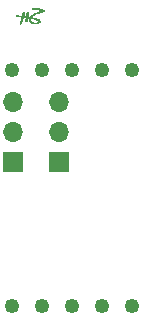
<source format=gbr>
G04 #@! TF.GenerationSoftware,KiCad,Pcbnew,(5.0.0)*
G04 #@! TF.CreationDate,2018-11-25T17:17:40-05:00*
G04 #@! TF.ProjectId,addressable_7seg,6164647265737361626C655F37736567,0.1a*
G04 #@! TF.SameCoordinates,Original*
G04 #@! TF.FileFunction,Soldermask,Bot*
G04 #@! TF.FilePolarity,Negative*
%FSLAX46Y46*%
G04 Gerber Fmt 4.6, Leading zero omitted, Abs format (unit mm)*
G04 Created by KiCad (PCBNEW (5.0.0)) date 11/25/18 17:17:40*
%MOMM*%
%LPD*%
G01*
G04 APERTURE LIST*
%ADD10C,0.010000*%
%ADD11C,1.250000*%
%ADD12R,1.700000X1.700000*%
%ADD13O,1.700000X1.700000*%
G04 APERTURE END LIST*
D10*
G04 #@! TO.C,G\002A\002A\002A*
G36*
X167001206Y-109763118D02*
X166996038Y-109763336D01*
X166966121Y-109764903D01*
X166935139Y-109781555D01*
X166916297Y-109792000D01*
X166901167Y-109801152D01*
X166889170Y-109809424D01*
X166879727Y-109817229D01*
X166872259Y-109824979D01*
X166869569Y-109828322D01*
X166863880Y-109836394D01*
X166859813Y-109843368D01*
X166857678Y-109848544D01*
X166857788Y-109851224D01*
X166859385Y-109851231D01*
X166864416Y-109849736D01*
X166872980Y-109847639D01*
X166884065Y-109845150D01*
X166896660Y-109842481D01*
X166909752Y-109839843D01*
X166922328Y-109837448D01*
X166933376Y-109835507D01*
X166938702Y-109834670D01*
X166990682Y-109828929D01*
X167045738Y-109826529D01*
X167103772Y-109827456D01*
X167164685Y-109831699D01*
X167228377Y-109839244D01*
X167294749Y-109850079D01*
X167363702Y-109864191D01*
X167435137Y-109881569D01*
X167508955Y-109902198D01*
X167536406Y-109910515D01*
X167555374Y-109916489D01*
X167575521Y-109923035D01*
X167596410Y-109929993D01*
X167617605Y-109937205D01*
X167638667Y-109944512D01*
X167659161Y-109951756D01*
X167678648Y-109958778D01*
X167696692Y-109965419D01*
X167712856Y-109971520D01*
X167726702Y-109976924D01*
X167737794Y-109981471D01*
X167745693Y-109985002D01*
X167749965Y-109987359D01*
X167750540Y-109988247D01*
X167747780Y-109989481D01*
X167740948Y-109991996D01*
X167730377Y-109995686D01*
X167716396Y-110000440D01*
X167699338Y-110006149D01*
X167679534Y-110012704D01*
X167657315Y-110019996D01*
X167633014Y-110027916D01*
X167606962Y-110036355D01*
X167579491Y-110045203D01*
X167550931Y-110054351D01*
X167521614Y-110063691D01*
X167515545Y-110065618D01*
X167461228Y-110082961D01*
X167411035Y-110099222D01*
X167364635Y-110114527D01*
X167321696Y-110128999D01*
X167281884Y-110142765D01*
X167244868Y-110155948D01*
X167210314Y-110168675D01*
X167177890Y-110181069D01*
X167147265Y-110193257D01*
X167118104Y-110205362D01*
X167090077Y-110217511D01*
X167062850Y-110229827D01*
X167036090Y-110242436D01*
X167009466Y-110255463D01*
X167006328Y-110257028D01*
X166945305Y-110289265D01*
X166888682Y-110322777D01*
X166836413Y-110357594D01*
X166788449Y-110393746D01*
X166763873Y-110414223D01*
X166750022Y-110426605D01*
X166734795Y-110440912D01*
X166719112Y-110456226D01*
X166703891Y-110471627D01*
X166690053Y-110486196D01*
X166678517Y-110499014D01*
X166675323Y-110502760D01*
X166661119Y-110519730D01*
X166642646Y-110518534D01*
X166633202Y-110517451D01*
X166620875Y-110515367D01*
X166607211Y-110512574D01*
X166593762Y-110509365D01*
X166592841Y-110509125D01*
X166579621Y-110505920D01*
X166565725Y-110502997D01*
X166551985Y-110500481D01*
X166539229Y-110498499D01*
X166528288Y-110497177D01*
X166519990Y-110496642D01*
X166515166Y-110497018D01*
X166514638Y-110497245D01*
X166512676Y-110497712D01*
X166511400Y-110495920D01*
X166510775Y-110491377D01*
X166510767Y-110483591D01*
X166511342Y-110472068D01*
X166512109Y-110461018D01*
X166513743Y-110440903D01*
X166515628Y-110421707D01*
X166517869Y-110402818D01*
X166520570Y-110383621D01*
X166523835Y-110363502D01*
X166527770Y-110341849D01*
X166532479Y-110318048D01*
X166538065Y-110291485D01*
X166544634Y-110261547D01*
X166550514Y-110235426D01*
X166555658Y-110212461D01*
X166560471Y-110190383D01*
X166564854Y-110169691D01*
X166568706Y-110150884D01*
X166571927Y-110134463D01*
X166574419Y-110120928D01*
X166576080Y-110110778D01*
X166576811Y-110104513D01*
X166576837Y-110103694D01*
X166574654Y-110100112D01*
X166568609Y-110096607D01*
X166559454Y-110093411D01*
X166547943Y-110090754D01*
X166534827Y-110088865D01*
X166526037Y-110088171D01*
X166508966Y-110088146D01*
X166494926Y-110090392D01*
X166482710Y-110095352D01*
X166471107Y-110103472D01*
X166462461Y-110111516D01*
X166453395Y-110121631D01*
X166445225Y-110132936D01*
X166437869Y-110145748D01*
X166431244Y-110160387D01*
X166425270Y-110177170D01*
X166419864Y-110196416D01*
X166414944Y-110218444D01*
X166410429Y-110243572D01*
X166406236Y-110272119D01*
X166402284Y-110304403D01*
X166398491Y-110340743D01*
X166395645Y-110371491D01*
X166393996Y-110389844D01*
X166392325Y-110407943D01*
X166390714Y-110424914D01*
X166389248Y-110439882D01*
X166388011Y-110451972D01*
X166387109Y-110460121D01*
X166384393Y-110482943D01*
X166346110Y-110481612D01*
X166307899Y-110479018D01*
X166270882Y-110474156D01*
X166247674Y-110470780D01*
X166224999Y-110468542D01*
X166200651Y-110467241D01*
X166192373Y-110466996D01*
X166150809Y-110465959D01*
X166151075Y-110445856D01*
X166151303Y-110438517D01*
X166151872Y-110431289D01*
X166152913Y-110423628D01*
X166154555Y-110414991D01*
X166156927Y-110404835D01*
X166160161Y-110392616D01*
X166164386Y-110377790D01*
X166169731Y-110359814D01*
X166176326Y-110338144D01*
X166178494Y-110331081D01*
X166185573Y-110307991D01*
X166191431Y-110288713D01*
X166196233Y-110272652D01*
X166200147Y-110259215D01*
X166203337Y-110247808D01*
X166205970Y-110237838D01*
X166208211Y-110228711D01*
X166210227Y-110219833D01*
X166212184Y-110210611D01*
X166212206Y-110210505D01*
X166214847Y-110194956D01*
X166216621Y-110178680D01*
X166217496Y-110162747D01*
X166217440Y-110148224D01*
X166216421Y-110136182D01*
X166214672Y-110128400D01*
X166208034Y-110115643D01*
X166198677Y-110106181D01*
X166187286Y-110100187D01*
X166174546Y-110097836D01*
X166161141Y-110099301D01*
X166147758Y-110104756D01*
X166140575Y-110109582D01*
X166129166Y-110120140D01*
X166118221Y-110133753D01*
X166107677Y-110150592D01*
X166097470Y-110170827D01*
X166087534Y-110194626D01*
X166077808Y-110222160D01*
X166068226Y-110253598D01*
X166058725Y-110289110D01*
X166049241Y-110328865D01*
X166039710Y-110373033D01*
X166037796Y-110382396D01*
X166034717Y-110397523D01*
X166031867Y-110411410D01*
X166029401Y-110423320D01*
X166027470Y-110432516D01*
X166026227Y-110438261D01*
X166025928Y-110439546D01*
X166025006Y-110442356D01*
X166023318Y-110444078D01*
X166019890Y-110444976D01*
X166013744Y-110445315D01*
X166004509Y-110445361D01*
X165979947Y-110444905D01*
X165954212Y-110443546D01*
X165926897Y-110441230D01*
X165897592Y-110437899D01*
X165865890Y-110433497D01*
X165831382Y-110427967D01*
X165793658Y-110421254D01*
X165752310Y-110413300D01*
X165709773Y-110404642D01*
X165668805Y-110396257D01*
X165632250Y-110389073D01*
X165600117Y-110383092D01*
X165572414Y-110378316D01*
X165549151Y-110374745D01*
X165530335Y-110372381D01*
X165528155Y-110372156D01*
X165508173Y-110370160D01*
X165506902Y-110377994D01*
X165506284Y-110385654D01*
X165507144Y-110393677D01*
X165509724Y-110403211D01*
X165514267Y-110415406D01*
X165515398Y-110418180D01*
X165519453Y-110427423D01*
X165522708Y-110433124D01*
X165525758Y-110436145D01*
X165528509Y-110437226D01*
X165534648Y-110438314D01*
X165544968Y-110439891D01*
X165559064Y-110441906D01*
X165576533Y-110444309D01*
X165596968Y-110447048D01*
X165619965Y-110450073D01*
X165645120Y-110453333D01*
X165672026Y-110456778D01*
X165700279Y-110460355D01*
X165729475Y-110464015D01*
X165759209Y-110467706D01*
X165789074Y-110471379D01*
X165818668Y-110474981D01*
X165847583Y-110478462D01*
X165875417Y-110481772D01*
X165901763Y-110484859D01*
X165926218Y-110487673D01*
X165948375Y-110490162D01*
X165962619Y-110491719D01*
X165976478Y-110493236D01*
X165988665Y-110494616D01*
X165998473Y-110495774D01*
X166005198Y-110496628D01*
X166008133Y-110497094D01*
X166008201Y-110497123D01*
X166007680Y-110499378D01*
X166005907Y-110505355D01*
X166003087Y-110514397D01*
X165999427Y-110525843D01*
X165995133Y-110539036D01*
X165993983Y-110542533D01*
X165987931Y-110561388D01*
X165982129Y-110580523D01*
X165976420Y-110600537D01*
X165970650Y-110622028D01*
X165964662Y-110645597D01*
X165958301Y-110671842D01*
X165951411Y-110701361D01*
X165943835Y-110734755D01*
X165942965Y-110738636D01*
X165935669Y-110771012D01*
X165929157Y-110799401D01*
X165923297Y-110824343D01*
X165917956Y-110846376D01*
X165912999Y-110866041D01*
X165908295Y-110883877D01*
X165903709Y-110900423D01*
X165899109Y-110916218D01*
X165899065Y-110916366D01*
X165894265Y-110931954D01*
X165889797Y-110945061D01*
X165885139Y-110956873D01*
X165879773Y-110968575D01*
X165873178Y-110981353D01*
X165864834Y-110996393D01*
X165861051Y-111003027D01*
X165850365Y-111022973D01*
X165842776Y-111040359D01*
X165838103Y-111055873D01*
X165836162Y-111070205D01*
X165836772Y-111084044D01*
X165837872Y-111090505D01*
X165840749Y-111101026D01*
X165844679Y-111107692D01*
X165850520Y-111111264D01*
X165859131Y-111112501D01*
X165862750Y-111112526D01*
X165872235Y-111111785D01*
X165881599Y-111110099D01*
X165885670Y-111108927D01*
X165893071Y-111105327D01*
X165901249Y-111099936D01*
X165905297Y-111096669D01*
X165908993Y-111093316D01*
X165912353Y-111089970D01*
X165915544Y-111086286D01*
X165918733Y-111081921D01*
X165922087Y-111076529D01*
X165925772Y-111069768D01*
X165929956Y-111061293D01*
X165934805Y-111050759D01*
X165940487Y-111037823D01*
X165947167Y-111022140D01*
X165955014Y-111003367D01*
X165964193Y-110981158D01*
X165974873Y-110955170D01*
X165980181Y-110942227D01*
X165988903Y-110920634D01*
X165997869Y-110897777D01*
X166007244Y-110873206D01*
X166017195Y-110846468D01*
X166027888Y-110817112D01*
X166039489Y-110784687D01*
X166052165Y-110748741D01*
X166065352Y-110710927D01*
X166077300Y-110676593D01*
X166088512Y-110644544D01*
X166098871Y-110615109D01*
X166108260Y-110588616D01*
X166116563Y-110565392D01*
X166123665Y-110545767D01*
X166129447Y-110530067D01*
X166131223Y-110525333D01*
X166136349Y-110511767D01*
X166148197Y-110513253D01*
X166153449Y-110513880D01*
X166162612Y-110514940D01*
X166175009Y-110516356D01*
X166189961Y-110518050D01*
X166206790Y-110519946D01*
X166224817Y-110521967D01*
X166231628Y-110522727D01*
X166251530Y-110524982D01*
X166271918Y-110527353D01*
X166291799Y-110529719D01*
X166310179Y-110531962D01*
X166326064Y-110533962D01*
X166338462Y-110535598D01*
X166339578Y-110535752D01*
X166375946Y-110540788D01*
X166375946Y-110554119D01*
X166375536Y-110560826D01*
X166374402Y-110571012D01*
X166372684Y-110583623D01*
X166370524Y-110597602D01*
X166368656Y-110608593D01*
X166365287Y-110628982D01*
X166362985Y-110646528D01*
X166361580Y-110662838D01*
X166360902Y-110679520D01*
X166360848Y-110682418D01*
X166360549Y-110694386D01*
X166360084Y-110704783D01*
X166359509Y-110712692D01*
X166358880Y-110717199D01*
X166358670Y-110717786D01*
X166356211Y-110719988D01*
X166350636Y-110724143D01*
X166342712Y-110729702D01*
X166333205Y-110736118D01*
X166330701Y-110737772D01*
X166313774Y-110749840D01*
X166300993Y-110761293D01*
X166292037Y-110772691D01*
X166286585Y-110784593D01*
X166284318Y-110797562D01*
X166284913Y-110812157D01*
X166285567Y-110816719D01*
X166289863Y-110829126D01*
X166298280Y-110840126D01*
X166310416Y-110849248D01*
X166315739Y-110852039D01*
X166327047Y-110855707D01*
X166341551Y-110857847D01*
X166358070Y-110858404D01*
X166375422Y-110857321D01*
X166387845Y-110855479D01*
X166396775Y-110853574D01*
X166407696Y-110850907D01*
X166419700Y-110847741D01*
X166431879Y-110844336D01*
X166443325Y-110840955D01*
X166453129Y-110837860D01*
X166460383Y-110835312D01*
X166464179Y-110833574D01*
X166464371Y-110833421D01*
X166465755Y-110830258D01*
X166467708Y-110823150D01*
X166470110Y-110812718D01*
X166472839Y-110799585D01*
X166475774Y-110784372D01*
X166478796Y-110767700D01*
X166481783Y-110750192D01*
X166484615Y-110732468D01*
X166486724Y-110718294D01*
X166488376Y-110706129D01*
X166490227Y-110691421D01*
X166492199Y-110674903D01*
X166494214Y-110657309D01*
X166496192Y-110639372D01*
X166498056Y-110621824D01*
X166499728Y-110605400D01*
X166501129Y-110590832D01*
X166502181Y-110578853D01*
X166502805Y-110570197D01*
X166502946Y-110566433D01*
X166504174Y-110565170D01*
X166508310Y-110565169D01*
X166516031Y-110566454D01*
X166518532Y-110566965D01*
X166524700Y-110568370D01*
X166533821Y-110570598D01*
X166545130Y-110573447D01*
X166557862Y-110576715D01*
X166571251Y-110580201D01*
X166584532Y-110583703D01*
X166596939Y-110587021D01*
X166607706Y-110589952D01*
X166616069Y-110592295D01*
X166621261Y-110593849D01*
X166622602Y-110594361D01*
X166622099Y-110596607D01*
X166619976Y-110601524D01*
X166618600Y-110604318D01*
X166611272Y-110622266D01*
X166605668Y-110643427D01*
X166601916Y-110666679D01*
X166600147Y-110690899D01*
X166600491Y-110714965D01*
X166603076Y-110737756D01*
X166603144Y-110738149D01*
X166611764Y-110774573D01*
X166624677Y-110810548D01*
X166641559Y-110845591D01*
X166662084Y-110879219D01*
X166685927Y-110910948D01*
X166712763Y-110940295D01*
X166742268Y-110966776D01*
X166771067Y-110987914D01*
X166804296Y-111008140D01*
X166838599Y-111025434D01*
X166874599Y-111040014D01*
X166912916Y-111052101D01*
X166954174Y-111061915D01*
X166998992Y-111069675D01*
X167004019Y-111070392D01*
X167019718Y-111072077D01*
X167039043Y-111073335D01*
X167061018Y-111074168D01*
X167084670Y-111074575D01*
X167109025Y-111074556D01*
X167133109Y-111074114D01*
X167155949Y-111073246D01*
X167176570Y-111071955D01*
X167193364Y-111070318D01*
X167222878Y-111066259D01*
X167253328Y-111061216D01*
X167283690Y-111055404D01*
X167312941Y-111049037D01*
X167340055Y-111042332D01*
X167364011Y-111035502D01*
X167372915Y-111032637D01*
X167399945Y-111022490D01*
X167425989Y-111010618D01*
X167450469Y-110997396D01*
X167472806Y-110983196D01*
X167492422Y-110968395D01*
X167508739Y-110953365D01*
X167521178Y-110938481D01*
X167523265Y-110935375D01*
X167531235Y-110919302D01*
X167535501Y-110902220D01*
X167535666Y-110892288D01*
X167410321Y-110892288D01*
X167409773Y-110907186D01*
X167405938Y-110919616D01*
X167397348Y-110932625D01*
X167384469Y-110945375D01*
X167367628Y-110957708D01*
X167347151Y-110969468D01*
X167323365Y-110980499D01*
X167296599Y-110990644D01*
X167267178Y-110999748D01*
X167235431Y-111007652D01*
X167211932Y-111012401D01*
X167181868Y-111017356D01*
X167154997Y-111020514D01*
X167130288Y-111021942D01*
X167106708Y-111021703D01*
X167086813Y-111020241D01*
X167048183Y-111014481D01*
X167009997Y-111005193D01*
X166972630Y-110992638D01*
X166936459Y-110977077D01*
X166901857Y-110958770D01*
X166869200Y-110937978D01*
X166838863Y-110914963D01*
X166811222Y-110889985D01*
X166786650Y-110863305D01*
X166765524Y-110835184D01*
X166748218Y-110805883D01*
X166735108Y-110775662D01*
X166735092Y-110775617D01*
X166727856Y-110751913D01*
X166723630Y-110729255D01*
X166722042Y-110705544D01*
X166722009Y-110701691D01*
X166723726Y-110672845D01*
X166729174Y-110645660D01*
X166737733Y-110620872D01*
X166742277Y-110610023D01*
X166745612Y-110602864D01*
X166748246Y-110598801D01*
X166750691Y-110597239D01*
X166753454Y-110597582D01*
X166756500Y-110598961D01*
X166760752Y-110600484D01*
X166769085Y-110602904D01*
X166781071Y-110606115D01*
X166796283Y-110610012D01*
X166814293Y-110614489D01*
X166834675Y-110619440D01*
X166856999Y-110624759D01*
X166880840Y-110630341D01*
X166905770Y-110636079D01*
X166915119Y-110638206D01*
X166959021Y-110648483D01*
X166999163Y-110658603D01*
X167036379Y-110668837D01*
X167071507Y-110679457D01*
X167105383Y-110690733D01*
X167138845Y-110702937D01*
X167172729Y-110716341D01*
X167207871Y-110731216D01*
X167224511Y-110738547D01*
X167261392Y-110755675D01*
X167293841Y-110772251D01*
X167321997Y-110788371D01*
X167346001Y-110804133D01*
X167365992Y-110819634D01*
X167382110Y-110834970D01*
X167394495Y-110850239D01*
X167400993Y-110860891D01*
X167407366Y-110876525D01*
X167410321Y-110892288D01*
X167535666Y-110892288D01*
X167535783Y-110885347D01*
X167535380Y-110882368D01*
X167530335Y-110862370D01*
X167521553Y-110840846D01*
X167509370Y-110818442D01*
X167494124Y-110795804D01*
X167482175Y-110780599D01*
X167465178Y-110762878D01*
X167443905Y-110745196D01*
X167418693Y-110727731D01*
X167389880Y-110710664D01*
X167357807Y-110694174D01*
X167322810Y-110678442D01*
X167285230Y-110663647D01*
X167245403Y-110649969D01*
X167223382Y-110643199D01*
X167206312Y-110638224D01*
X167189839Y-110633575D01*
X167173471Y-110629136D01*
X167156720Y-110624794D01*
X167139094Y-110620433D01*
X167120105Y-110615939D01*
X167099262Y-110611196D01*
X167076076Y-110606090D01*
X167050056Y-110600506D01*
X167020713Y-110594330D01*
X166987556Y-110587446D01*
X166970469Y-110583923D01*
X166939342Y-110577484D01*
X166910189Y-110571384D01*
X166883299Y-110565688D01*
X166858962Y-110560459D01*
X166837467Y-110555761D01*
X166819103Y-110551657D01*
X166804159Y-110548212D01*
X166792925Y-110545490D01*
X166785690Y-110543553D01*
X166782925Y-110542586D01*
X166783034Y-110540241D01*
X166786209Y-110535083D01*
X166792144Y-110527460D01*
X166800535Y-110517718D01*
X166811078Y-110506203D01*
X166823469Y-110493260D01*
X166837404Y-110479238D01*
X166846074Y-110470745D01*
X166888328Y-110432508D01*
X166934788Y-110395634D01*
X166985207Y-110360264D01*
X167039336Y-110326539D01*
X167096929Y-110294600D01*
X167157737Y-110264588D01*
X167221514Y-110236643D01*
X167288011Y-110210908D01*
X167324844Y-110198019D01*
X167344744Y-110191390D01*
X167363574Y-110185311D01*
X167382001Y-110179596D01*
X167400692Y-110174059D01*
X167420313Y-110168512D01*
X167441533Y-110162768D01*
X167465017Y-110156640D01*
X167491432Y-110149942D01*
X167521446Y-110142486D01*
X167533299Y-110139571D01*
X167562088Y-110132479D01*
X167587020Y-110126269D01*
X167608734Y-110120763D01*
X167627867Y-110115785D01*
X167645058Y-110111160D01*
X167660946Y-110106710D01*
X167676170Y-110102260D01*
X167691367Y-110097633D01*
X167707176Y-110092652D01*
X167724235Y-110087142D01*
X167730228Y-110085184D01*
X167747576Y-110079592D01*
X167766430Y-110073665D01*
X167785308Y-110067857D01*
X167802727Y-110062627D01*
X167816819Y-110058538D01*
X167844253Y-110050312D01*
X167867384Y-110042291D01*
X167886509Y-110034297D01*
X167901927Y-110026150D01*
X167913937Y-110017670D01*
X167922837Y-110008677D01*
X167928924Y-109998992D01*
X167932393Y-109988905D01*
X167933469Y-109979045D01*
X167931673Y-109970229D01*
X167926674Y-109962055D01*
X167918137Y-109954119D01*
X167905731Y-109946020D01*
X167890092Y-109937826D01*
X167879209Y-109932755D01*
X167867397Y-109927706D01*
X167854333Y-109922577D01*
X167839696Y-109917271D01*
X167823165Y-109911688D01*
X167804420Y-109905728D01*
X167783138Y-109899293D01*
X167758998Y-109892283D01*
X167731680Y-109884599D01*
X167700862Y-109876141D01*
X167666223Y-109866811D01*
X167627442Y-109856509D01*
X167624009Y-109855603D01*
X167573980Y-109842558D01*
X167527846Y-109830885D01*
X167485125Y-109820490D01*
X167445333Y-109811278D01*
X167407988Y-109803153D01*
X167372605Y-109796021D01*
X167338703Y-109789787D01*
X167305797Y-109784355D01*
X167273405Y-109779631D01*
X167241044Y-109775519D01*
X167208230Y-109771926D01*
X167188746Y-109770036D01*
X167170163Y-109768508D01*
X167149035Y-109767101D01*
X167126213Y-109765844D01*
X167102544Y-109764767D01*
X167078877Y-109763900D01*
X167056061Y-109763272D01*
X167034945Y-109762913D01*
X167016377Y-109762852D01*
X167001206Y-109763118D01*
X167001206Y-109763118D01*
G37*
X167001206Y-109763118D02*
X166996038Y-109763336D01*
X166966121Y-109764903D01*
X166935139Y-109781555D01*
X166916297Y-109792000D01*
X166901167Y-109801152D01*
X166889170Y-109809424D01*
X166879727Y-109817229D01*
X166872259Y-109824979D01*
X166869569Y-109828322D01*
X166863880Y-109836394D01*
X166859813Y-109843368D01*
X166857678Y-109848544D01*
X166857788Y-109851224D01*
X166859385Y-109851231D01*
X166864416Y-109849736D01*
X166872980Y-109847639D01*
X166884065Y-109845150D01*
X166896660Y-109842481D01*
X166909752Y-109839843D01*
X166922328Y-109837448D01*
X166933376Y-109835507D01*
X166938702Y-109834670D01*
X166990682Y-109828929D01*
X167045738Y-109826529D01*
X167103772Y-109827456D01*
X167164685Y-109831699D01*
X167228377Y-109839244D01*
X167294749Y-109850079D01*
X167363702Y-109864191D01*
X167435137Y-109881569D01*
X167508955Y-109902198D01*
X167536406Y-109910515D01*
X167555374Y-109916489D01*
X167575521Y-109923035D01*
X167596410Y-109929993D01*
X167617605Y-109937205D01*
X167638667Y-109944512D01*
X167659161Y-109951756D01*
X167678648Y-109958778D01*
X167696692Y-109965419D01*
X167712856Y-109971520D01*
X167726702Y-109976924D01*
X167737794Y-109981471D01*
X167745693Y-109985002D01*
X167749965Y-109987359D01*
X167750540Y-109988247D01*
X167747780Y-109989481D01*
X167740948Y-109991996D01*
X167730377Y-109995686D01*
X167716396Y-110000440D01*
X167699338Y-110006149D01*
X167679534Y-110012704D01*
X167657315Y-110019996D01*
X167633014Y-110027916D01*
X167606962Y-110036355D01*
X167579491Y-110045203D01*
X167550931Y-110054351D01*
X167521614Y-110063691D01*
X167515545Y-110065618D01*
X167461228Y-110082961D01*
X167411035Y-110099222D01*
X167364635Y-110114527D01*
X167321696Y-110128999D01*
X167281884Y-110142765D01*
X167244868Y-110155948D01*
X167210314Y-110168675D01*
X167177890Y-110181069D01*
X167147265Y-110193257D01*
X167118104Y-110205362D01*
X167090077Y-110217511D01*
X167062850Y-110229827D01*
X167036090Y-110242436D01*
X167009466Y-110255463D01*
X167006328Y-110257028D01*
X166945305Y-110289265D01*
X166888682Y-110322777D01*
X166836413Y-110357594D01*
X166788449Y-110393746D01*
X166763873Y-110414223D01*
X166750022Y-110426605D01*
X166734795Y-110440912D01*
X166719112Y-110456226D01*
X166703891Y-110471627D01*
X166690053Y-110486196D01*
X166678517Y-110499014D01*
X166675323Y-110502760D01*
X166661119Y-110519730D01*
X166642646Y-110518534D01*
X166633202Y-110517451D01*
X166620875Y-110515367D01*
X166607211Y-110512574D01*
X166593762Y-110509365D01*
X166592841Y-110509125D01*
X166579621Y-110505920D01*
X166565725Y-110502997D01*
X166551985Y-110500481D01*
X166539229Y-110498499D01*
X166528288Y-110497177D01*
X166519990Y-110496642D01*
X166515166Y-110497018D01*
X166514638Y-110497245D01*
X166512676Y-110497712D01*
X166511400Y-110495920D01*
X166510775Y-110491377D01*
X166510767Y-110483591D01*
X166511342Y-110472068D01*
X166512109Y-110461018D01*
X166513743Y-110440903D01*
X166515628Y-110421707D01*
X166517869Y-110402818D01*
X166520570Y-110383621D01*
X166523835Y-110363502D01*
X166527770Y-110341849D01*
X166532479Y-110318048D01*
X166538065Y-110291485D01*
X166544634Y-110261547D01*
X166550514Y-110235426D01*
X166555658Y-110212461D01*
X166560471Y-110190383D01*
X166564854Y-110169691D01*
X166568706Y-110150884D01*
X166571927Y-110134463D01*
X166574419Y-110120928D01*
X166576080Y-110110778D01*
X166576811Y-110104513D01*
X166576837Y-110103694D01*
X166574654Y-110100112D01*
X166568609Y-110096607D01*
X166559454Y-110093411D01*
X166547943Y-110090754D01*
X166534827Y-110088865D01*
X166526037Y-110088171D01*
X166508966Y-110088146D01*
X166494926Y-110090392D01*
X166482710Y-110095352D01*
X166471107Y-110103472D01*
X166462461Y-110111516D01*
X166453395Y-110121631D01*
X166445225Y-110132936D01*
X166437869Y-110145748D01*
X166431244Y-110160387D01*
X166425270Y-110177170D01*
X166419864Y-110196416D01*
X166414944Y-110218444D01*
X166410429Y-110243572D01*
X166406236Y-110272119D01*
X166402284Y-110304403D01*
X166398491Y-110340743D01*
X166395645Y-110371491D01*
X166393996Y-110389844D01*
X166392325Y-110407943D01*
X166390714Y-110424914D01*
X166389248Y-110439882D01*
X166388011Y-110451972D01*
X166387109Y-110460121D01*
X166384393Y-110482943D01*
X166346110Y-110481612D01*
X166307899Y-110479018D01*
X166270882Y-110474156D01*
X166247674Y-110470780D01*
X166224999Y-110468542D01*
X166200651Y-110467241D01*
X166192373Y-110466996D01*
X166150809Y-110465959D01*
X166151075Y-110445856D01*
X166151303Y-110438517D01*
X166151872Y-110431289D01*
X166152913Y-110423628D01*
X166154555Y-110414991D01*
X166156927Y-110404835D01*
X166160161Y-110392616D01*
X166164386Y-110377790D01*
X166169731Y-110359814D01*
X166176326Y-110338144D01*
X166178494Y-110331081D01*
X166185573Y-110307991D01*
X166191431Y-110288713D01*
X166196233Y-110272652D01*
X166200147Y-110259215D01*
X166203337Y-110247808D01*
X166205970Y-110237838D01*
X166208211Y-110228711D01*
X166210227Y-110219833D01*
X166212184Y-110210611D01*
X166212206Y-110210505D01*
X166214847Y-110194956D01*
X166216621Y-110178680D01*
X166217496Y-110162747D01*
X166217440Y-110148224D01*
X166216421Y-110136182D01*
X166214672Y-110128400D01*
X166208034Y-110115643D01*
X166198677Y-110106181D01*
X166187286Y-110100187D01*
X166174546Y-110097836D01*
X166161141Y-110099301D01*
X166147758Y-110104756D01*
X166140575Y-110109582D01*
X166129166Y-110120140D01*
X166118221Y-110133753D01*
X166107677Y-110150592D01*
X166097470Y-110170827D01*
X166087534Y-110194626D01*
X166077808Y-110222160D01*
X166068226Y-110253598D01*
X166058725Y-110289110D01*
X166049241Y-110328865D01*
X166039710Y-110373033D01*
X166037796Y-110382396D01*
X166034717Y-110397523D01*
X166031867Y-110411410D01*
X166029401Y-110423320D01*
X166027470Y-110432516D01*
X166026227Y-110438261D01*
X166025928Y-110439546D01*
X166025006Y-110442356D01*
X166023318Y-110444078D01*
X166019890Y-110444976D01*
X166013744Y-110445315D01*
X166004509Y-110445361D01*
X165979947Y-110444905D01*
X165954212Y-110443546D01*
X165926897Y-110441230D01*
X165897592Y-110437899D01*
X165865890Y-110433497D01*
X165831382Y-110427967D01*
X165793658Y-110421254D01*
X165752310Y-110413300D01*
X165709773Y-110404642D01*
X165668805Y-110396257D01*
X165632250Y-110389073D01*
X165600117Y-110383092D01*
X165572414Y-110378316D01*
X165549151Y-110374745D01*
X165530335Y-110372381D01*
X165528155Y-110372156D01*
X165508173Y-110370160D01*
X165506902Y-110377994D01*
X165506284Y-110385654D01*
X165507144Y-110393677D01*
X165509724Y-110403211D01*
X165514267Y-110415406D01*
X165515398Y-110418180D01*
X165519453Y-110427423D01*
X165522708Y-110433124D01*
X165525758Y-110436145D01*
X165528509Y-110437226D01*
X165534648Y-110438314D01*
X165544968Y-110439891D01*
X165559064Y-110441906D01*
X165576533Y-110444309D01*
X165596968Y-110447048D01*
X165619965Y-110450073D01*
X165645120Y-110453333D01*
X165672026Y-110456778D01*
X165700279Y-110460355D01*
X165729475Y-110464015D01*
X165759209Y-110467706D01*
X165789074Y-110471379D01*
X165818668Y-110474981D01*
X165847583Y-110478462D01*
X165875417Y-110481772D01*
X165901763Y-110484859D01*
X165926218Y-110487673D01*
X165948375Y-110490162D01*
X165962619Y-110491719D01*
X165976478Y-110493236D01*
X165988665Y-110494616D01*
X165998473Y-110495774D01*
X166005198Y-110496628D01*
X166008133Y-110497094D01*
X166008201Y-110497123D01*
X166007680Y-110499378D01*
X166005907Y-110505355D01*
X166003087Y-110514397D01*
X165999427Y-110525843D01*
X165995133Y-110539036D01*
X165993983Y-110542533D01*
X165987931Y-110561388D01*
X165982129Y-110580523D01*
X165976420Y-110600537D01*
X165970650Y-110622028D01*
X165964662Y-110645597D01*
X165958301Y-110671842D01*
X165951411Y-110701361D01*
X165943835Y-110734755D01*
X165942965Y-110738636D01*
X165935669Y-110771012D01*
X165929157Y-110799401D01*
X165923297Y-110824343D01*
X165917956Y-110846376D01*
X165912999Y-110866041D01*
X165908295Y-110883877D01*
X165903709Y-110900423D01*
X165899109Y-110916218D01*
X165899065Y-110916366D01*
X165894265Y-110931954D01*
X165889797Y-110945061D01*
X165885139Y-110956873D01*
X165879773Y-110968575D01*
X165873178Y-110981353D01*
X165864834Y-110996393D01*
X165861051Y-111003027D01*
X165850365Y-111022973D01*
X165842776Y-111040359D01*
X165838103Y-111055873D01*
X165836162Y-111070205D01*
X165836772Y-111084044D01*
X165837872Y-111090505D01*
X165840749Y-111101026D01*
X165844679Y-111107692D01*
X165850520Y-111111264D01*
X165859131Y-111112501D01*
X165862750Y-111112526D01*
X165872235Y-111111785D01*
X165881599Y-111110099D01*
X165885670Y-111108927D01*
X165893071Y-111105327D01*
X165901249Y-111099936D01*
X165905297Y-111096669D01*
X165908993Y-111093316D01*
X165912353Y-111089970D01*
X165915544Y-111086286D01*
X165918733Y-111081921D01*
X165922087Y-111076529D01*
X165925772Y-111069768D01*
X165929956Y-111061293D01*
X165934805Y-111050759D01*
X165940487Y-111037823D01*
X165947167Y-111022140D01*
X165955014Y-111003367D01*
X165964193Y-110981158D01*
X165974873Y-110955170D01*
X165980181Y-110942227D01*
X165988903Y-110920634D01*
X165997869Y-110897777D01*
X166007244Y-110873206D01*
X166017195Y-110846468D01*
X166027888Y-110817112D01*
X166039489Y-110784687D01*
X166052165Y-110748741D01*
X166065352Y-110710927D01*
X166077300Y-110676593D01*
X166088512Y-110644544D01*
X166098871Y-110615109D01*
X166108260Y-110588616D01*
X166116563Y-110565392D01*
X166123665Y-110545767D01*
X166129447Y-110530067D01*
X166131223Y-110525333D01*
X166136349Y-110511767D01*
X166148197Y-110513253D01*
X166153449Y-110513880D01*
X166162612Y-110514940D01*
X166175009Y-110516356D01*
X166189961Y-110518050D01*
X166206790Y-110519946D01*
X166224817Y-110521967D01*
X166231628Y-110522727D01*
X166251530Y-110524982D01*
X166271918Y-110527353D01*
X166291799Y-110529719D01*
X166310179Y-110531962D01*
X166326064Y-110533962D01*
X166338462Y-110535598D01*
X166339578Y-110535752D01*
X166375946Y-110540788D01*
X166375946Y-110554119D01*
X166375536Y-110560826D01*
X166374402Y-110571012D01*
X166372684Y-110583623D01*
X166370524Y-110597602D01*
X166368656Y-110608593D01*
X166365287Y-110628982D01*
X166362985Y-110646528D01*
X166361580Y-110662838D01*
X166360902Y-110679520D01*
X166360848Y-110682418D01*
X166360549Y-110694386D01*
X166360084Y-110704783D01*
X166359509Y-110712692D01*
X166358880Y-110717199D01*
X166358670Y-110717786D01*
X166356211Y-110719988D01*
X166350636Y-110724143D01*
X166342712Y-110729702D01*
X166333205Y-110736118D01*
X166330701Y-110737772D01*
X166313774Y-110749840D01*
X166300993Y-110761293D01*
X166292037Y-110772691D01*
X166286585Y-110784593D01*
X166284318Y-110797562D01*
X166284913Y-110812157D01*
X166285567Y-110816719D01*
X166289863Y-110829126D01*
X166298280Y-110840126D01*
X166310416Y-110849248D01*
X166315739Y-110852039D01*
X166327047Y-110855707D01*
X166341551Y-110857847D01*
X166358070Y-110858404D01*
X166375422Y-110857321D01*
X166387845Y-110855479D01*
X166396775Y-110853574D01*
X166407696Y-110850907D01*
X166419700Y-110847741D01*
X166431879Y-110844336D01*
X166443325Y-110840955D01*
X166453129Y-110837860D01*
X166460383Y-110835312D01*
X166464179Y-110833574D01*
X166464371Y-110833421D01*
X166465755Y-110830258D01*
X166467708Y-110823150D01*
X166470110Y-110812718D01*
X166472839Y-110799585D01*
X166475774Y-110784372D01*
X166478796Y-110767700D01*
X166481783Y-110750192D01*
X166484615Y-110732468D01*
X166486724Y-110718294D01*
X166488376Y-110706129D01*
X166490227Y-110691421D01*
X166492199Y-110674903D01*
X166494214Y-110657309D01*
X166496192Y-110639372D01*
X166498056Y-110621824D01*
X166499728Y-110605400D01*
X166501129Y-110590832D01*
X166502181Y-110578853D01*
X166502805Y-110570197D01*
X166502946Y-110566433D01*
X166504174Y-110565170D01*
X166508310Y-110565169D01*
X166516031Y-110566454D01*
X166518532Y-110566965D01*
X166524700Y-110568370D01*
X166533821Y-110570598D01*
X166545130Y-110573447D01*
X166557862Y-110576715D01*
X166571251Y-110580201D01*
X166584532Y-110583703D01*
X166596939Y-110587021D01*
X166607706Y-110589952D01*
X166616069Y-110592295D01*
X166621261Y-110593849D01*
X166622602Y-110594361D01*
X166622099Y-110596607D01*
X166619976Y-110601524D01*
X166618600Y-110604318D01*
X166611272Y-110622266D01*
X166605668Y-110643427D01*
X166601916Y-110666679D01*
X166600147Y-110690899D01*
X166600491Y-110714965D01*
X166603076Y-110737756D01*
X166603144Y-110738149D01*
X166611764Y-110774573D01*
X166624677Y-110810548D01*
X166641559Y-110845591D01*
X166662084Y-110879219D01*
X166685927Y-110910948D01*
X166712763Y-110940295D01*
X166742268Y-110966776D01*
X166771067Y-110987914D01*
X166804296Y-111008140D01*
X166838599Y-111025434D01*
X166874599Y-111040014D01*
X166912916Y-111052101D01*
X166954174Y-111061915D01*
X166998992Y-111069675D01*
X167004019Y-111070392D01*
X167019718Y-111072077D01*
X167039043Y-111073335D01*
X167061018Y-111074168D01*
X167084670Y-111074575D01*
X167109025Y-111074556D01*
X167133109Y-111074114D01*
X167155949Y-111073246D01*
X167176570Y-111071955D01*
X167193364Y-111070318D01*
X167222878Y-111066259D01*
X167253328Y-111061216D01*
X167283690Y-111055404D01*
X167312941Y-111049037D01*
X167340055Y-111042332D01*
X167364011Y-111035502D01*
X167372915Y-111032637D01*
X167399945Y-111022490D01*
X167425989Y-111010618D01*
X167450469Y-110997396D01*
X167472806Y-110983196D01*
X167492422Y-110968395D01*
X167508739Y-110953365D01*
X167521178Y-110938481D01*
X167523265Y-110935375D01*
X167531235Y-110919302D01*
X167535501Y-110902220D01*
X167535666Y-110892288D01*
X167410321Y-110892288D01*
X167409773Y-110907186D01*
X167405938Y-110919616D01*
X167397348Y-110932625D01*
X167384469Y-110945375D01*
X167367628Y-110957708D01*
X167347151Y-110969468D01*
X167323365Y-110980499D01*
X167296599Y-110990644D01*
X167267178Y-110999748D01*
X167235431Y-111007652D01*
X167211932Y-111012401D01*
X167181868Y-111017356D01*
X167154997Y-111020514D01*
X167130288Y-111021942D01*
X167106708Y-111021703D01*
X167086813Y-111020241D01*
X167048183Y-111014481D01*
X167009997Y-111005193D01*
X166972630Y-110992638D01*
X166936459Y-110977077D01*
X166901857Y-110958770D01*
X166869200Y-110937978D01*
X166838863Y-110914963D01*
X166811222Y-110889985D01*
X166786650Y-110863305D01*
X166765524Y-110835184D01*
X166748218Y-110805883D01*
X166735108Y-110775662D01*
X166735092Y-110775617D01*
X166727856Y-110751913D01*
X166723630Y-110729255D01*
X166722042Y-110705544D01*
X166722009Y-110701691D01*
X166723726Y-110672845D01*
X166729174Y-110645660D01*
X166737733Y-110620872D01*
X166742277Y-110610023D01*
X166745612Y-110602864D01*
X166748246Y-110598801D01*
X166750691Y-110597239D01*
X166753454Y-110597582D01*
X166756500Y-110598961D01*
X166760752Y-110600484D01*
X166769085Y-110602904D01*
X166781071Y-110606115D01*
X166796283Y-110610012D01*
X166814293Y-110614489D01*
X166834675Y-110619440D01*
X166856999Y-110624759D01*
X166880840Y-110630341D01*
X166905770Y-110636079D01*
X166915119Y-110638206D01*
X166959021Y-110648483D01*
X166999163Y-110658603D01*
X167036379Y-110668837D01*
X167071507Y-110679457D01*
X167105383Y-110690733D01*
X167138845Y-110702937D01*
X167172729Y-110716341D01*
X167207871Y-110731216D01*
X167224511Y-110738547D01*
X167261392Y-110755675D01*
X167293841Y-110772251D01*
X167321997Y-110788371D01*
X167346001Y-110804133D01*
X167365992Y-110819634D01*
X167382110Y-110834970D01*
X167394495Y-110850239D01*
X167400993Y-110860891D01*
X167407366Y-110876525D01*
X167410321Y-110892288D01*
X167535666Y-110892288D01*
X167535783Y-110885347D01*
X167535380Y-110882368D01*
X167530335Y-110862370D01*
X167521553Y-110840846D01*
X167509370Y-110818442D01*
X167494124Y-110795804D01*
X167482175Y-110780599D01*
X167465178Y-110762878D01*
X167443905Y-110745196D01*
X167418693Y-110727731D01*
X167389880Y-110710664D01*
X167357807Y-110694174D01*
X167322810Y-110678442D01*
X167285230Y-110663647D01*
X167245403Y-110649969D01*
X167223382Y-110643199D01*
X167206312Y-110638224D01*
X167189839Y-110633575D01*
X167173471Y-110629136D01*
X167156720Y-110624794D01*
X167139094Y-110620433D01*
X167120105Y-110615939D01*
X167099262Y-110611196D01*
X167076076Y-110606090D01*
X167050056Y-110600506D01*
X167020713Y-110594330D01*
X166987556Y-110587446D01*
X166970469Y-110583923D01*
X166939342Y-110577484D01*
X166910189Y-110571384D01*
X166883299Y-110565688D01*
X166858962Y-110560459D01*
X166837467Y-110555761D01*
X166819103Y-110551657D01*
X166804159Y-110548212D01*
X166792925Y-110545490D01*
X166785690Y-110543553D01*
X166782925Y-110542586D01*
X166783034Y-110540241D01*
X166786209Y-110535083D01*
X166792144Y-110527460D01*
X166800535Y-110517718D01*
X166811078Y-110506203D01*
X166823469Y-110493260D01*
X166837404Y-110479238D01*
X166846074Y-110470745D01*
X166888328Y-110432508D01*
X166934788Y-110395634D01*
X166985207Y-110360264D01*
X167039336Y-110326539D01*
X167096929Y-110294600D01*
X167157737Y-110264588D01*
X167221514Y-110236643D01*
X167288011Y-110210908D01*
X167324844Y-110198019D01*
X167344744Y-110191390D01*
X167363574Y-110185311D01*
X167382001Y-110179596D01*
X167400692Y-110174059D01*
X167420313Y-110168512D01*
X167441533Y-110162768D01*
X167465017Y-110156640D01*
X167491432Y-110149942D01*
X167521446Y-110142486D01*
X167533299Y-110139571D01*
X167562088Y-110132479D01*
X167587020Y-110126269D01*
X167608734Y-110120763D01*
X167627867Y-110115785D01*
X167645058Y-110111160D01*
X167660946Y-110106710D01*
X167676170Y-110102260D01*
X167691367Y-110097633D01*
X167707176Y-110092652D01*
X167724235Y-110087142D01*
X167730228Y-110085184D01*
X167747576Y-110079592D01*
X167766430Y-110073665D01*
X167785308Y-110067857D01*
X167802727Y-110062627D01*
X167816819Y-110058538D01*
X167844253Y-110050312D01*
X167867384Y-110042291D01*
X167886509Y-110034297D01*
X167901927Y-110026150D01*
X167913937Y-110017670D01*
X167922837Y-110008677D01*
X167928924Y-109998992D01*
X167932393Y-109988905D01*
X167933469Y-109979045D01*
X167931673Y-109970229D01*
X167926674Y-109962055D01*
X167918137Y-109954119D01*
X167905731Y-109946020D01*
X167890092Y-109937826D01*
X167879209Y-109932755D01*
X167867397Y-109927706D01*
X167854333Y-109922577D01*
X167839696Y-109917271D01*
X167823165Y-109911688D01*
X167804420Y-109905728D01*
X167783138Y-109899293D01*
X167758998Y-109892283D01*
X167731680Y-109884599D01*
X167700862Y-109876141D01*
X167666223Y-109866811D01*
X167627442Y-109856509D01*
X167624009Y-109855603D01*
X167573980Y-109842558D01*
X167527846Y-109830885D01*
X167485125Y-109820490D01*
X167445333Y-109811278D01*
X167407988Y-109803153D01*
X167372605Y-109796021D01*
X167338703Y-109789787D01*
X167305797Y-109784355D01*
X167273405Y-109779631D01*
X167241044Y-109775519D01*
X167208230Y-109771926D01*
X167188746Y-109770036D01*
X167170163Y-109768508D01*
X167149035Y-109767101D01*
X167126213Y-109765844D01*
X167102544Y-109764767D01*
X167078877Y-109763900D01*
X167056061Y-109763272D01*
X167034945Y-109762913D01*
X167016377Y-109762852D01*
X167001206Y-109763118D01*
G04 #@! TD*
D11*
G04 #@! TO.C,U4*
X175325000Y-135000000D03*
X172785000Y-135000000D03*
X170245000Y-135000000D03*
X167705000Y-135000000D03*
X165165000Y-135000000D03*
X165165000Y-115000000D03*
X167705000Y-115000000D03*
X170245000Y-115000000D03*
X172785000Y-115000000D03*
X175325000Y-115000000D03*
G04 #@! TD*
D12*
G04 #@! TO.C,J1*
X169170000Y-122775000D03*
D13*
X169170000Y-120235000D03*
X169170000Y-117695000D03*
G04 #@! TD*
D12*
G04 #@! TO.C,J2*
X165320000Y-122775000D03*
D13*
X165320000Y-120235000D03*
X165320000Y-117695000D03*
G04 #@! TD*
M02*

</source>
